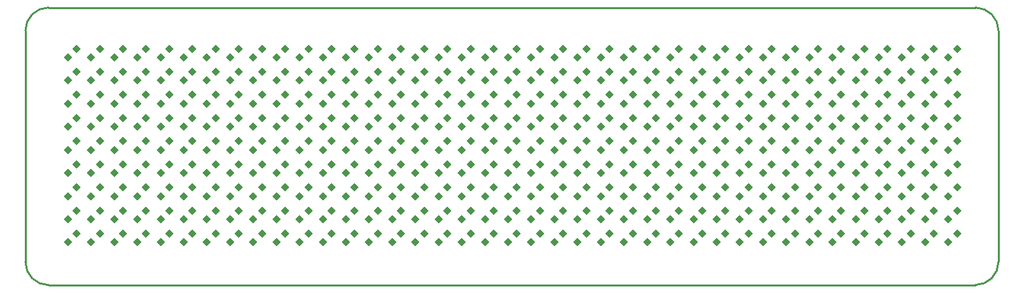
<source format=gtp>
G04*
G04 #@! TF.GenerationSoftware,Altium Limited,Altium Designer,18.1.9 (240)*
G04*
G04 Layer_Color=8421504*
%FSLAX44Y44*%
%MOMM*%
G71*
G01*
G75*
%ADD12C,0.2540*%
%ADD13P,1.1314X4X270.0*%
D12*
X370000Y750000D02*
G03*
X400000Y720000I30000J0D01*
G01*
X1600000D02*
G03*
X1630000Y750000I0J30000D01*
G01*
Y1050000D02*
G03*
X1600000Y1080000I-30000J0D01*
G01*
X400000D02*
G03*
X370000Y1050000I0J-30000D01*
G01*
X1630000Y750000D02*
Y1050000D01*
X400000Y720000D02*
X1600000D01*
X400000Y1079750D02*
X1600000D01*
X370000Y750000D02*
Y1050000D01*
D13*
X1576388Y786638D02*
D03*
X1565074Y775324D02*
D03*
X1546388Y786638D02*
D03*
X1535074Y775324D02*
D03*
X1516388Y786638D02*
D03*
X1505074Y775324D02*
D03*
X1486388Y786638D02*
D03*
X1475074Y775324D02*
D03*
X1456388Y786638D02*
D03*
X1445074Y775324D02*
D03*
X1426388Y786638D02*
D03*
X1415074Y775324D02*
D03*
X1396388Y786638D02*
D03*
X1385074Y775324D02*
D03*
X1366388Y786638D02*
D03*
X1355074Y775324D02*
D03*
X1336388Y786638D02*
D03*
X1325074Y775324D02*
D03*
X1306388Y786638D02*
D03*
X1295074Y775324D02*
D03*
X1276388Y786638D02*
D03*
X1265074Y775324D02*
D03*
X1246388Y786638D02*
D03*
X1235074Y775324D02*
D03*
X1216388Y786638D02*
D03*
X1205074Y775324D02*
D03*
X1186388Y786638D02*
D03*
X1175074Y775324D02*
D03*
X1156388Y786638D02*
D03*
X1145074Y775324D02*
D03*
X1126388Y786638D02*
D03*
X1115074Y775324D02*
D03*
X1096388Y786638D02*
D03*
X1085074Y775324D02*
D03*
X1066388Y786638D02*
D03*
X1055074Y775324D02*
D03*
X1036388Y786638D02*
D03*
X1025074Y775324D02*
D03*
X1006388Y786638D02*
D03*
X995074Y775324D02*
D03*
X976388Y786638D02*
D03*
X965074Y775324D02*
D03*
X946388Y786638D02*
D03*
X935074Y775324D02*
D03*
X916388Y786638D02*
D03*
X905074Y775324D02*
D03*
X886388Y786638D02*
D03*
X875074Y775324D02*
D03*
X856388Y786638D02*
D03*
X845074Y775324D02*
D03*
X826388Y786638D02*
D03*
X815074Y775324D02*
D03*
X796388Y786638D02*
D03*
X785074Y775324D02*
D03*
X766388Y786638D02*
D03*
X755074Y775324D02*
D03*
X736388Y786638D02*
D03*
X725074Y775324D02*
D03*
X706388Y786638D02*
D03*
X695074Y775324D02*
D03*
X676388Y786638D02*
D03*
X665074Y775324D02*
D03*
X646388Y786638D02*
D03*
X635074Y775324D02*
D03*
X616388Y786638D02*
D03*
X605074Y775324D02*
D03*
X586388Y786638D02*
D03*
X575074Y775324D02*
D03*
X556388Y786638D02*
D03*
X545074Y775324D02*
D03*
X526388Y786638D02*
D03*
X515074Y775324D02*
D03*
X496388Y786638D02*
D03*
X485074Y775324D02*
D03*
X466388Y786638D02*
D03*
X455074Y775324D02*
D03*
X436388Y786638D02*
D03*
X425074Y775324D02*
D03*
X1576388Y816638D02*
D03*
X1565074Y805324D02*
D03*
X1546388Y816638D02*
D03*
X1535074Y805324D02*
D03*
X1516388Y816638D02*
D03*
X1505074Y805324D02*
D03*
X1486388Y816638D02*
D03*
X1475074Y805324D02*
D03*
X1456388Y816638D02*
D03*
X1445074Y805324D02*
D03*
X1426388Y816638D02*
D03*
X1415074Y805324D02*
D03*
X1396388Y816638D02*
D03*
X1385074Y805324D02*
D03*
X1366388Y816638D02*
D03*
X1355074Y805324D02*
D03*
X1336388Y816638D02*
D03*
X1325074Y805324D02*
D03*
X1306388Y816638D02*
D03*
X1295074Y805324D02*
D03*
X1276388Y816638D02*
D03*
X1265074Y805324D02*
D03*
X1246388Y816638D02*
D03*
X1235074Y805324D02*
D03*
X1216388Y816638D02*
D03*
X1205074Y805324D02*
D03*
X1186388Y816638D02*
D03*
X1175074Y805324D02*
D03*
X1156388Y816638D02*
D03*
X1145074Y805324D02*
D03*
X1126388Y816638D02*
D03*
X1115074Y805324D02*
D03*
X1096388Y816638D02*
D03*
X1085074Y805324D02*
D03*
X1066388Y816638D02*
D03*
X1055074Y805324D02*
D03*
X1036388Y816638D02*
D03*
X1025074Y805324D02*
D03*
X1006388Y816638D02*
D03*
X995074Y805324D02*
D03*
X976388Y816638D02*
D03*
X965074Y805324D02*
D03*
X946388Y816638D02*
D03*
X935074Y805324D02*
D03*
X916388Y816638D02*
D03*
X905074Y805324D02*
D03*
X886388Y816638D02*
D03*
X875074Y805324D02*
D03*
X856388Y816638D02*
D03*
X845074Y805324D02*
D03*
X826388Y816638D02*
D03*
X815074Y805324D02*
D03*
X796388Y816638D02*
D03*
X785074Y805324D02*
D03*
X766388Y816638D02*
D03*
X755074Y805324D02*
D03*
X736388Y816638D02*
D03*
X725074Y805324D02*
D03*
X706388Y816638D02*
D03*
X695074Y805324D02*
D03*
X676388Y816638D02*
D03*
X665074Y805324D02*
D03*
X646388Y816638D02*
D03*
X635074Y805324D02*
D03*
X616388Y816638D02*
D03*
X605074Y805324D02*
D03*
X586388Y816638D02*
D03*
X575074Y805324D02*
D03*
X556388Y816638D02*
D03*
X545074Y805324D02*
D03*
X526388Y816638D02*
D03*
X515074Y805324D02*
D03*
X496388Y816638D02*
D03*
X485074Y805324D02*
D03*
X466388Y816638D02*
D03*
X455074Y805324D02*
D03*
X436388Y816638D02*
D03*
X425074Y805324D02*
D03*
X1576388Y846638D02*
D03*
X1565074Y835324D02*
D03*
X1546388Y846638D02*
D03*
X1535074Y835324D02*
D03*
X1516388Y846638D02*
D03*
X1505074Y835324D02*
D03*
X1486388Y846638D02*
D03*
X1475074Y835324D02*
D03*
X1456388Y846638D02*
D03*
X1445074Y835324D02*
D03*
X1426388Y846638D02*
D03*
X1415074Y835324D02*
D03*
X1396388Y846638D02*
D03*
X1385074Y835324D02*
D03*
X1366388Y846638D02*
D03*
X1355074Y835324D02*
D03*
X1336388Y846638D02*
D03*
X1325074Y835324D02*
D03*
X1306388Y846638D02*
D03*
X1295074Y835324D02*
D03*
X1276388Y846638D02*
D03*
X1265074Y835324D02*
D03*
X1246388Y846638D02*
D03*
X1235074Y835324D02*
D03*
X1216388Y846638D02*
D03*
X1205074Y835324D02*
D03*
X1186388Y846638D02*
D03*
X1175074Y835324D02*
D03*
X1156388Y846638D02*
D03*
X1145074Y835324D02*
D03*
X1126388Y846638D02*
D03*
X1115074Y835324D02*
D03*
X1096388Y846638D02*
D03*
X1085074Y835324D02*
D03*
X1066388Y846638D02*
D03*
X1055074Y835324D02*
D03*
X1036388Y846638D02*
D03*
X1025074Y835324D02*
D03*
X1006388Y846638D02*
D03*
X995074Y835324D02*
D03*
X976388Y846638D02*
D03*
X965074Y835324D02*
D03*
X946388Y846638D02*
D03*
X935074Y835324D02*
D03*
X916388Y846638D02*
D03*
X905074Y835324D02*
D03*
X886388Y846638D02*
D03*
X875074Y835324D02*
D03*
X856388Y846638D02*
D03*
X845074Y835324D02*
D03*
X826388Y846638D02*
D03*
X815074Y835324D02*
D03*
X796388Y846638D02*
D03*
X785074Y835324D02*
D03*
X766388Y846638D02*
D03*
X755074Y835324D02*
D03*
X736388Y846638D02*
D03*
X725074Y835324D02*
D03*
X706388Y846638D02*
D03*
X695074Y835324D02*
D03*
X676388Y846638D02*
D03*
X665074Y835324D02*
D03*
X646388Y846638D02*
D03*
X635074Y835324D02*
D03*
X616388Y846638D02*
D03*
X605074Y835324D02*
D03*
X586388Y846638D02*
D03*
X575074Y835324D02*
D03*
X556388Y846638D02*
D03*
X545074Y835324D02*
D03*
X526388Y846638D02*
D03*
X515074Y835324D02*
D03*
X496388Y846638D02*
D03*
X485074Y835324D02*
D03*
X466388Y846638D02*
D03*
X455074Y835324D02*
D03*
X436388Y846638D02*
D03*
X425074Y835324D02*
D03*
X1576388Y876638D02*
D03*
X1565074Y865324D02*
D03*
X1546388Y876638D02*
D03*
X1535074Y865324D02*
D03*
X1516388Y876638D02*
D03*
X1505074Y865324D02*
D03*
X1486388Y876638D02*
D03*
X1475074Y865324D02*
D03*
X1456388Y876638D02*
D03*
X1445074Y865324D02*
D03*
X1426388Y876638D02*
D03*
X1415074Y865324D02*
D03*
X1396388Y876638D02*
D03*
X1385074Y865324D02*
D03*
X1366388Y876638D02*
D03*
X1355074Y865324D02*
D03*
X1336388Y876638D02*
D03*
X1325074Y865324D02*
D03*
X1306388Y876638D02*
D03*
X1295074Y865324D02*
D03*
X1276388Y876638D02*
D03*
X1265074Y865324D02*
D03*
X1246388Y876638D02*
D03*
X1235074Y865324D02*
D03*
X1216388Y876638D02*
D03*
X1205074Y865324D02*
D03*
X1186388Y876638D02*
D03*
X1175074Y865324D02*
D03*
X1156388Y876638D02*
D03*
X1145074Y865324D02*
D03*
X1126388Y876638D02*
D03*
X1115074Y865324D02*
D03*
X1096388Y876638D02*
D03*
X1085074Y865324D02*
D03*
X1066388Y876638D02*
D03*
X1055074Y865324D02*
D03*
X1036388Y876638D02*
D03*
X1025074Y865324D02*
D03*
X1006388Y876638D02*
D03*
X995074Y865324D02*
D03*
X976388Y876638D02*
D03*
X965074Y865324D02*
D03*
X946388Y876638D02*
D03*
X935074Y865324D02*
D03*
X916388Y876638D02*
D03*
X905074Y865324D02*
D03*
X886388Y876638D02*
D03*
X875074Y865324D02*
D03*
X856388Y876638D02*
D03*
X845074Y865324D02*
D03*
X826388Y876638D02*
D03*
X815074Y865324D02*
D03*
X796388Y876638D02*
D03*
X785074Y865324D02*
D03*
X766388Y876638D02*
D03*
X755074Y865324D02*
D03*
X736388Y876638D02*
D03*
X725074Y865324D02*
D03*
X706388Y876638D02*
D03*
X695074Y865324D02*
D03*
X676388Y876638D02*
D03*
X665074Y865324D02*
D03*
X646388Y876638D02*
D03*
X635074Y865324D02*
D03*
X616388Y876638D02*
D03*
X605074Y865324D02*
D03*
X586388Y876638D02*
D03*
X575074Y865324D02*
D03*
X556388Y876638D02*
D03*
X545074Y865324D02*
D03*
X526388Y876638D02*
D03*
X515074Y865324D02*
D03*
X496388Y876638D02*
D03*
X485074Y865324D02*
D03*
X466388Y876638D02*
D03*
X455074Y865324D02*
D03*
X436388Y876638D02*
D03*
X425074Y865324D02*
D03*
X1576388Y906638D02*
D03*
X1565074Y895324D02*
D03*
X1546388Y906638D02*
D03*
X1535074Y895324D02*
D03*
X1516388Y906638D02*
D03*
X1505074Y895324D02*
D03*
X1486388Y906638D02*
D03*
X1475074Y895324D02*
D03*
X1456388Y906638D02*
D03*
X1445074Y895324D02*
D03*
X1426388Y906638D02*
D03*
X1415074Y895324D02*
D03*
X1396388Y906638D02*
D03*
X1385074Y895324D02*
D03*
X1366388Y906638D02*
D03*
X1355074Y895324D02*
D03*
X1336388Y906638D02*
D03*
X1325074Y895324D02*
D03*
X1306388Y906638D02*
D03*
X1295074Y895324D02*
D03*
X1276388Y906638D02*
D03*
X1265074Y895324D02*
D03*
X1246388Y906638D02*
D03*
X1235074Y895324D02*
D03*
X1216388Y906638D02*
D03*
X1205074Y895324D02*
D03*
X1186388Y906638D02*
D03*
X1175074Y895324D02*
D03*
X1156388Y906638D02*
D03*
X1145074Y895324D02*
D03*
X1126388Y906638D02*
D03*
X1115074Y895324D02*
D03*
X1096388Y906638D02*
D03*
X1085074Y895324D02*
D03*
X1066388Y906638D02*
D03*
X1055074Y895324D02*
D03*
X1036388Y906638D02*
D03*
X1025074Y895324D02*
D03*
X1006388Y906638D02*
D03*
X995074Y895324D02*
D03*
X976388Y906638D02*
D03*
X965074Y895324D02*
D03*
X946388Y906638D02*
D03*
X935074Y895324D02*
D03*
X916388Y906638D02*
D03*
X905074Y895324D02*
D03*
X886388Y906638D02*
D03*
X875074Y895324D02*
D03*
X856388Y906638D02*
D03*
X845074Y895324D02*
D03*
X826388Y906638D02*
D03*
X815074Y895324D02*
D03*
X796388Y906638D02*
D03*
X785074Y895324D02*
D03*
X766388Y906638D02*
D03*
X755074Y895324D02*
D03*
X736388Y906638D02*
D03*
X725074Y895324D02*
D03*
X706388Y906638D02*
D03*
X695074Y895324D02*
D03*
X676388Y906638D02*
D03*
X665074Y895324D02*
D03*
X646388Y906638D02*
D03*
X635074Y895324D02*
D03*
X616388Y906638D02*
D03*
X605074Y895324D02*
D03*
X586388Y906638D02*
D03*
X575074Y895324D02*
D03*
X556388Y906638D02*
D03*
X545074Y895324D02*
D03*
X526388Y906638D02*
D03*
X515074Y895324D02*
D03*
X496388Y906638D02*
D03*
X485074Y895324D02*
D03*
X466388Y906638D02*
D03*
X455074Y895324D02*
D03*
X436388Y906638D02*
D03*
X425074Y895324D02*
D03*
X1576388Y936638D02*
D03*
X1565074Y925324D02*
D03*
X1546388Y936638D02*
D03*
X1535074Y925324D02*
D03*
X1516388Y936638D02*
D03*
X1505074Y925324D02*
D03*
X1486388Y936638D02*
D03*
X1475074Y925324D02*
D03*
X1456388Y936638D02*
D03*
X1445074Y925324D02*
D03*
X1426388Y936638D02*
D03*
X1415074Y925324D02*
D03*
X1396388Y936638D02*
D03*
X1385074Y925324D02*
D03*
X1366388Y936638D02*
D03*
X1355074Y925324D02*
D03*
X1336388Y936638D02*
D03*
X1325074Y925324D02*
D03*
X1306388Y936638D02*
D03*
X1295074Y925324D02*
D03*
X1276388Y936638D02*
D03*
X1265074Y925324D02*
D03*
X1246388Y936638D02*
D03*
X1235074Y925324D02*
D03*
X1216388Y936638D02*
D03*
X1205074Y925324D02*
D03*
X1186388Y936638D02*
D03*
X1175074Y925324D02*
D03*
X1156388Y936638D02*
D03*
X1145074Y925324D02*
D03*
X1126388Y936638D02*
D03*
X1115074Y925324D02*
D03*
X1096388Y936638D02*
D03*
X1085074Y925324D02*
D03*
X1066388Y936638D02*
D03*
X1055074Y925324D02*
D03*
X1036388Y936638D02*
D03*
X1025074Y925324D02*
D03*
X1006388Y936638D02*
D03*
X995074Y925324D02*
D03*
X976388Y936638D02*
D03*
X965074Y925324D02*
D03*
X946388Y936638D02*
D03*
X935074Y925324D02*
D03*
X916388Y936638D02*
D03*
X905074Y925324D02*
D03*
X886388Y936638D02*
D03*
X875074Y925324D02*
D03*
X856388Y936638D02*
D03*
X845074Y925324D02*
D03*
X826388Y936638D02*
D03*
X815074Y925324D02*
D03*
X796388Y936638D02*
D03*
X785074Y925324D02*
D03*
X766388Y936638D02*
D03*
X755074Y925324D02*
D03*
X736388Y936638D02*
D03*
X725074Y925324D02*
D03*
X706388Y936638D02*
D03*
X695074Y925324D02*
D03*
X676388Y936638D02*
D03*
X665074Y925324D02*
D03*
X646388Y936638D02*
D03*
X635074Y925324D02*
D03*
X616388Y936638D02*
D03*
X605074Y925324D02*
D03*
X586388Y936638D02*
D03*
X575074Y925324D02*
D03*
X556388Y936638D02*
D03*
X545074Y925324D02*
D03*
X526388Y936638D02*
D03*
X515074Y925324D02*
D03*
X496388Y936638D02*
D03*
X485074Y925324D02*
D03*
X466388Y936638D02*
D03*
X455074Y925324D02*
D03*
X436388Y936638D02*
D03*
X425074Y925324D02*
D03*
X1576388Y966638D02*
D03*
X1565074Y955324D02*
D03*
X1546388Y966638D02*
D03*
X1535074Y955324D02*
D03*
X1516388Y966638D02*
D03*
X1505074Y955324D02*
D03*
X1486388Y966638D02*
D03*
X1475074Y955324D02*
D03*
X1456388Y966638D02*
D03*
X1445074Y955324D02*
D03*
X1426388Y966638D02*
D03*
X1415074Y955324D02*
D03*
X1396388Y966638D02*
D03*
X1385074Y955324D02*
D03*
X1366388Y966638D02*
D03*
X1355074Y955324D02*
D03*
X1336388Y966638D02*
D03*
X1325074Y955324D02*
D03*
X1306388Y966638D02*
D03*
X1295074Y955324D02*
D03*
X1276388Y966638D02*
D03*
X1265074Y955324D02*
D03*
X1246388Y966638D02*
D03*
X1235074Y955324D02*
D03*
X1216388Y966638D02*
D03*
X1205074Y955324D02*
D03*
X1186388Y966638D02*
D03*
X1175074Y955324D02*
D03*
X1156388Y966638D02*
D03*
X1145074Y955324D02*
D03*
X1126388Y966638D02*
D03*
X1115074Y955324D02*
D03*
X1096388Y966638D02*
D03*
X1085074Y955324D02*
D03*
X1066388Y966638D02*
D03*
X1055074Y955324D02*
D03*
X1036388Y966638D02*
D03*
X1025074Y955324D02*
D03*
X1006388Y966638D02*
D03*
X995074Y955324D02*
D03*
X976388Y966638D02*
D03*
X965074Y955324D02*
D03*
X946388Y966638D02*
D03*
X935074Y955324D02*
D03*
X916388Y966638D02*
D03*
X905074Y955324D02*
D03*
X886388Y966638D02*
D03*
X875074Y955324D02*
D03*
X856388Y966638D02*
D03*
X845074Y955324D02*
D03*
X826388Y966638D02*
D03*
X815074Y955324D02*
D03*
X796388Y966638D02*
D03*
X785074Y955324D02*
D03*
X766388Y966638D02*
D03*
X755074Y955324D02*
D03*
X736388Y966638D02*
D03*
X725074Y955324D02*
D03*
X706388Y966638D02*
D03*
X695074Y955324D02*
D03*
X676388Y966638D02*
D03*
X665074Y955324D02*
D03*
X646388Y966638D02*
D03*
X635074Y955324D02*
D03*
X616388Y966638D02*
D03*
X605074Y955324D02*
D03*
X586388Y966638D02*
D03*
X575074Y955324D02*
D03*
X556388Y966638D02*
D03*
X545074Y955324D02*
D03*
X526388Y966638D02*
D03*
X515074Y955324D02*
D03*
X496388Y966638D02*
D03*
X485074Y955324D02*
D03*
X466388Y966638D02*
D03*
X455074Y955324D02*
D03*
X436388Y966638D02*
D03*
X425074Y955324D02*
D03*
X1576388Y996638D02*
D03*
X1565074Y985324D02*
D03*
X1546388Y996638D02*
D03*
X1535074Y985324D02*
D03*
X1516388Y996638D02*
D03*
X1505074Y985324D02*
D03*
X1486388Y996638D02*
D03*
X1475074Y985324D02*
D03*
X1456388Y996638D02*
D03*
X1445074Y985324D02*
D03*
X1426388Y996638D02*
D03*
X1415074Y985324D02*
D03*
X1396388Y996638D02*
D03*
X1385074Y985324D02*
D03*
X1366388Y996638D02*
D03*
X1355074Y985324D02*
D03*
X1336388Y996638D02*
D03*
X1325074Y985324D02*
D03*
X1306388Y996638D02*
D03*
X1295074Y985324D02*
D03*
X1276388Y996638D02*
D03*
X1265074Y985324D02*
D03*
X1246388Y996638D02*
D03*
X1235074Y985324D02*
D03*
X1216388Y996638D02*
D03*
X1205074Y985324D02*
D03*
X1186388Y996638D02*
D03*
X1175074Y985324D02*
D03*
X1156388Y996638D02*
D03*
X1145074Y985324D02*
D03*
X1126388Y996638D02*
D03*
X1115074Y985324D02*
D03*
X1096388Y996638D02*
D03*
X1085074Y985324D02*
D03*
X1066388Y996638D02*
D03*
X1055074Y985324D02*
D03*
X1036388Y996638D02*
D03*
X1025074Y985324D02*
D03*
X1006388Y996638D02*
D03*
X995074Y985324D02*
D03*
X976388Y996638D02*
D03*
X965074Y985324D02*
D03*
X946388Y996638D02*
D03*
X935074Y985324D02*
D03*
X916388Y996638D02*
D03*
X905074Y985324D02*
D03*
X886388Y996638D02*
D03*
X875074Y985324D02*
D03*
X856388Y996638D02*
D03*
X845074Y985324D02*
D03*
X826388Y996638D02*
D03*
X815074Y985324D02*
D03*
X796388Y996638D02*
D03*
X785074Y985324D02*
D03*
X766388Y996638D02*
D03*
X755074Y985324D02*
D03*
X736388Y996638D02*
D03*
X725074Y985324D02*
D03*
X706388Y996638D02*
D03*
X695074Y985324D02*
D03*
X676388Y996638D02*
D03*
X665074Y985324D02*
D03*
X646388Y996638D02*
D03*
X635074Y985324D02*
D03*
X616388Y996638D02*
D03*
X605074Y985324D02*
D03*
X586388Y996638D02*
D03*
X575074Y985324D02*
D03*
X556388Y996638D02*
D03*
X545074Y985324D02*
D03*
X526388Y996638D02*
D03*
X515074Y985324D02*
D03*
X496388Y996638D02*
D03*
X485074Y985324D02*
D03*
X466388Y996638D02*
D03*
X455074Y985324D02*
D03*
X436388Y996638D02*
D03*
X425074Y985324D02*
D03*
X1576388Y1026638D02*
D03*
X1565074Y1015324D02*
D03*
X1546388Y1026638D02*
D03*
X1535074Y1015324D02*
D03*
X1516388Y1026638D02*
D03*
X1505074Y1015324D02*
D03*
X1486388Y1026638D02*
D03*
X1475074Y1015324D02*
D03*
X1456388Y1026638D02*
D03*
X1445074Y1015324D02*
D03*
X1426388Y1026638D02*
D03*
X1415074Y1015324D02*
D03*
X1396388Y1026638D02*
D03*
X1385074Y1015324D02*
D03*
X1366388Y1026638D02*
D03*
X1355074Y1015324D02*
D03*
X1336388Y1026638D02*
D03*
X1325074Y1015324D02*
D03*
X1306388Y1026638D02*
D03*
X1295074Y1015324D02*
D03*
X1276388Y1026638D02*
D03*
X1265074Y1015324D02*
D03*
X1246388Y1026638D02*
D03*
X1235074Y1015324D02*
D03*
X1216388Y1026638D02*
D03*
X1205074Y1015324D02*
D03*
X1186388Y1026638D02*
D03*
X1175074Y1015324D02*
D03*
X1156388Y1026638D02*
D03*
X1145074Y1015324D02*
D03*
X1126388Y1026638D02*
D03*
X1115074Y1015324D02*
D03*
X1096388Y1026638D02*
D03*
X1085074Y1015324D02*
D03*
X1066388Y1026638D02*
D03*
X1055074Y1015324D02*
D03*
X1036388Y1026638D02*
D03*
X1025074Y1015324D02*
D03*
X1006388Y1026638D02*
D03*
X995074Y1015324D02*
D03*
X976388Y1026638D02*
D03*
X965074Y1015324D02*
D03*
X946388Y1026638D02*
D03*
X935074Y1015324D02*
D03*
X916388Y1026638D02*
D03*
X905074Y1015324D02*
D03*
X886388Y1026638D02*
D03*
X875074Y1015324D02*
D03*
X856388Y1026638D02*
D03*
X845074Y1015324D02*
D03*
X826388Y1026638D02*
D03*
X815074Y1015324D02*
D03*
X796388Y1026638D02*
D03*
X785074Y1015324D02*
D03*
X766388Y1026638D02*
D03*
X755074Y1015324D02*
D03*
X736388Y1026638D02*
D03*
X725074Y1015324D02*
D03*
X706388Y1026638D02*
D03*
X695074Y1015324D02*
D03*
X676388Y1026638D02*
D03*
X665074Y1015324D02*
D03*
X646388Y1026638D02*
D03*
X635074Y1015324D02*
D03*
X616388Y1026638D02*
D03*
X605074Y1015324D02*
D03*
X586388Y1026638D02*
D03*
X575074Y1015324D02*
D03*
X556388Y1026638D02*
D03*
X545074Y1015324D02*
D03*
X526388Y1026638D02*
D03*
X515074Y1015324D02*
D03*
X496388Y1026638D02*
D03*
X485074Y1015324D02*
D03*
X466388Y1026638D02*
D03*
X455074Y1015324D02*
D03*
X436388Y1026638D02*
D03*
X425074Y1015324D02*
D03*
M02*

</source>
